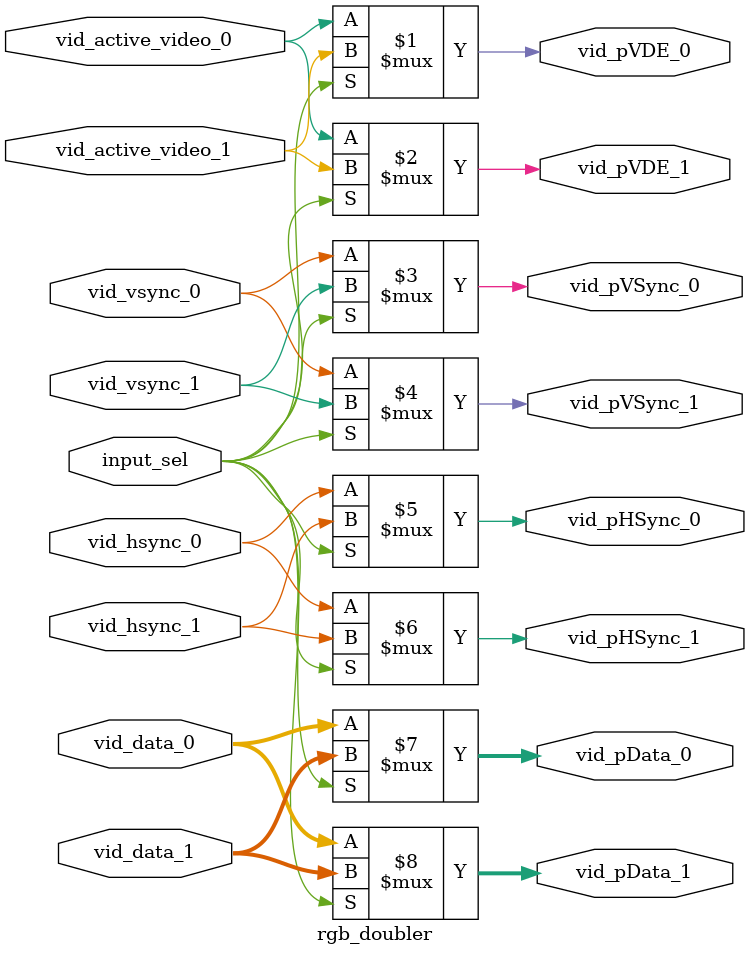
<source format=v>
`timescale 1ns / 1ps
module rgb_doubler(
  vid_active_video_0,
  vid_vsync_0,
  vid_hsync_0,
  vid_data_0,
  
  vid_active_video_1,
  vid_vsync_1,
  vid_hsync_1,
  vid_data_1,
  
  input_sel,
  
  vid_pData_0,
  vid_pVDE_0,
  vid_pHSync_0,
  vid_pVSync_0,

  vid_pData_1,
  vid_pVDE_1,
  vid_pHSync_1,
  vid_pVSync_1
 );
    
(* X_INTERFACE_INFO = "xilinx.com:interface:vid_io:1.0 RGB_IN0 ACTIVE_VIDEO" *)
input wire vid_active_video_0;
(* X_INTERFACE_INFO = "xilinx.com:interface:vid_io:1.0 RGB_IN0 VSYNC" *)
input wire vid_vsync_0;
(* X_INTERFACE_INFO = "xilinx.com:interface:vid_io:1.0 RGB_IN0 HSYNC" *)
input wire vid_hsync_0;
(* X_INTERFACE_INFO = "xilinx.com:interface:vid_io:1.0 RGB_IN0 DATA" *)
input wire [23 : 0] vid_data_0;

(* X_INTERFACE_INFO = "xilinx.com:interface:vid_io:1.0 RGB_IN1 ACTIVE_VIDEO" *)
input wire vid_active_video_1;
(* X_INTERFACE_INFO = "xilinx.com:interface:vid_io:1.0 RGB_IN1 VSYNC" *)
input wire vid_vsync_1;
(* X_INTERFACE_INFO = "xilinx.com:interface:vid_io:1.0 RGB_IN1 HSYNC" *)
input wire vid_hsync_1;
(* X_INTERFACE_INFO = "xilinx.com:interface:vid_io:1.0 RGB_IN1 DATA" *)
input wire [23 : 0] vid_data_1;

input wire input_sel;

(* X_INTERFACE_INFO = "xilinx.com:interface:vid_io:1.0 RGB_OUT0 ACTIVE_VIDEO" *)
output wire vid_pVDE_0;
(* X_INTERFACE_INFO = "xilinx.com:interface:vid_io:1.0 RGB_OUT0 VSYNC" *)
output wire vid_pVSync_0;
(* X_INTERFACE_INFO = "xilinx.com:interface:vid_io:1.0 RGB_OUT0 HSYNC" *)
output wire vid_pHSync_0;
(* X_INTERFACE_INFO = "xilinx.com:interface:vid_io:1.0 RGB_OUT0 DATA" *)
output wire [23 : 0] vid_pData_0;

(* X_INTERFACE_INFO = "xilinx.com:interface:vid_io:1.0 RGB_OUT1 ACTIVE_VIDEO" *)
output wire vid_pVDE_1;
(* X_INTERFACE_INFO = "xilinx.com:interface:vid_io:1.0 RGB_OUT1 VSYNC" *)
output wire vid_pVSync_1;
(* X_INTERFACE_INFO = "xilinx.com:interface:vid_io:1.0 RGB_OUT1 HSYNC" *)
output wire vid_pHSync_1;
(* X_INTERFACE_INFO = "xilinx.com:interface:vid_io:1.0 RGB_OUT1 DATA" *)
output wire [23 : 0] vid_pData_1;

assign vid_pVDE_0 = input_sel ? vid_active_video_1 : vid_active_video_0;
assign vid_pVDE_1 = input_sel ? vid_active_video_1 : vid_active_video_0;

assign vid_pVSync_0 = input_sel ? vid_vsync_1 : vid_vsync_0;
assign vid_pVSync_1 = input_sel ? vid_vsync_1 : vid_vsync_0;

assign vid_pHSync_0 = input_sel ? vid_hsync_1 : vid_hsync_0;
assign vid_pHSync_1 = input_sel ? vid_hsync_1 : vid_hsync_0;

assign vid_pData_0 = input_sel ? vid_data_1 : vid_data_0;
assign vid_pData_1 = input_sel ? vid_data_1 : vid_data_0;

//assign vid_pVDE_0 = vid_active_video_0;
//assign vid_pVDE_1 = vid_active_video_0;
//assign vid_pVSync_0 = vid_vsync_0;
//assign vid_pVSync_1 = vid_vsync_0;
//assign vid_pHSync_0 = vid_hsync_0;
//assign vid_pHSync_1 = vid_hsync_0;
//assign vid_pData_0 = vid_data_0;
//assign vid_pData_1 = vid_data_0;

endmodule

</source>
